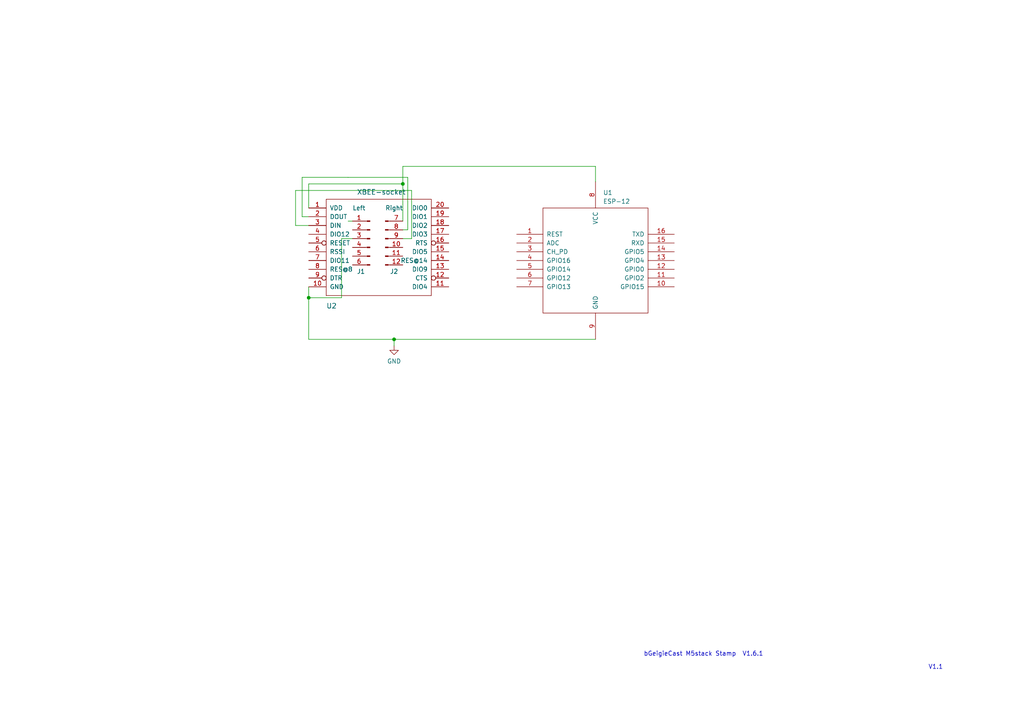
<source format=kicad_sch>
(kicad_sch (version 20230808) (generator eeschema)
  (paper "A4")
  (title_block (date "2023-08-16"))
  (lib_symbols
    (symbol "Conn_01x06_Pin_1" (pin_names (offset 1.016) hide)
      (property "Reference" "J2" (at 2.54 -9.525 0))
      (property "Value" "Right" (at 2.54 8.89 0))
      (symbol "Conn_01x06_Pin_1_1_1"
        (polyline (pts (xy 1.27 -7.62) (xy 0.8636 -7.62)) (stroke (width 0.1524)))
        (polyline (pts (xy 1.27 -5.08) (xy 0.8636 -5.08)) (stroke (width 0.1524)))
        (polyline (pts (xy 1.27 -2.54) (xy 0.8636 -2.54)) (stroke (width 0.1524)))
        (polyline (pts (xy 1.27 0) (xy 0.8636 0)) (stroke (width 0.1524)))
        (polyline (pts (xy 1.27 2.54) (xy 0.8636 2.54)) (stroke (width 0.1524)))
        (polyline (pts (xy 1.27 5.08) (xy 0.8636 5.08)) (stroke (width 0.1524)))
        (rectangle (start 0.8636 -7.493) (end 0 -7.747) (stroke (width 0.1524)) (fill (type outline)))
        (rectangle (start 0.8636 -4.953) (end 0 -5.207) (stroke (width 0.1524)) (fill (type outline)))
        (rectangle (start 0.8636 -2.413) (end 0 -2.667) (stroke (width 0.1524)) (fill (type outline)))
        (rectangle (start 0.8636 0.127) (end 0 -0.127) (stroke (width 0.1524)) (fill (type outline)))
        (rectangle (start 0.8636 2.667) (end 0 2.413) (stroke (width 0.1524)) (fill (type outline)))
        (rectangle (start 0.8636 5.207) (end 0 4.953) (stroke (width 0.1524)) (fill (type outline)))
        (pin passive line (at 5.08 -2.54 180) (length 3.81) (name "Pin_10") (number "10"))
        (pin passive line (at 5.08 -5.08 180) (length 3.81) (name "Pin_11") (number "11"))
        (pin passive line (at 5.08 -7.62 180) (length 3.81) (name "Pin_12") (number "12"))
        (pin passive line (at 5.08 5.08 180) (length 3.81) (name "Pin_7") (number "7"))
        (pin passive line (at 5.08 2.54 180) (length 3.81) (name "Pin_8") (number "8"))
        (pin passive line (at 5.08 0 180) (length 3.81) (name "Pin_9") (number "9"))
      )
    )
    (symbol "Connector:Conn_01x06_Pin" (pin_names (offset 1.016) hide)
      (property "Reference" "J1" (at 3.81 6.985 0))
      (property "Value" "Left" (at 5.08 -11.43 0))
      (symbol "Conn_01x06_Pin_1_1"
        (polyline (pts (xy 1.27 -7.62) (xy 0.8636 -7.62)) (stroke (width 0.1524)))
        (polyline (pts (xy 1.27 -5.08) (xy 0.8636 -5.08)) (stroke (width 0.1524)))
        (polyline (pts (xy 1.27 -2.54) (xy 0.8636 -2.54)) (stroke (width 0.1524)))
        (polyline (pts (xy 1.27 0) (xy 0.8636 0)) (stroke (width 0.1524)))
        (polyline (pts (xy 1.27 2.54) (xy 0.8636 2.54)) (stroke (width 0.1524)))
        (polyline (pts (xy 1.27 5.08) (xy 0.8636 5.08)) (stroke (width 0.1524)))
        (rectangle (start 0.8636 -7.493) (end 0 -7.747) (stroke (width 0.1524)) (fill (type outline)))
        (rectangle (start 0.8636 -4.953) (end 0 -5.207) (stroke (width 0.1524)) (fill (type outline)))
        (rectangle (start 0.8636 -2.413) (end 0 -2.667) (stroke (width 0.1524)) (fill (type outline)))
        (rectangle (start 0.8636 0.127) (end 0 -0.127) (stroke (width 0.1524)) (fill (type outline)))
        (rectangle (start 0.8636 2.667) (end 0 2.413) (stroke (width 0.1524)) (fill (type outline)))
        (rectangle (start 0.8636 5.207) (end 0 4.953) (stroke (width 0.1524)) (fill (type outline)))
        (pin passive line (at 5.08 -7.62 180) (length 3.81) (name "Pin_6") (number "1"))
        (pin passive line (at 5.08 -5.08 180) (length 3.81) (name "Pin_5") (number "2"))
        (pin passive line (at 5.08 -2.54 180) (length 3.81) (name "Pin_4") (number "3"))
        (pin passive line (at 5.08 0 180) (length 3.81) (name "Pin_3") (number "4"))
        (pin passive line (at 5.08 2.54 180) (length 3.81) (name "Pin_2") (number "5"))
        (pin passive line (at 5.08 5.08 180) (length 3.81) (name "Pin_1") (number "6"))
      )
    )
    (symbol "ESP8266:ESP-12" (pin_names (offset 1.016))
      (property "Reference" "U" (at 0 -2.54 0))
      (property "Value" "ESP-12" (at 0 2.54 0))
      (symbol "ESP-12_1_0"
        (rectangle (start -15.24 -15.24) (end 15.24 15.24))
      )
      (symbol "ESP-12_1_1"
        (pin input line (at -22.86 7.62 0) (length 7.62) (name "REST") (number "1"))
        (pin bidirectional line (at 22.86 -7.62 180) (length 7.62) (name "GPIO15") (number "10"))
        (pin bidirectional line (at 22.86 -5.08 180) (length 7.62) (name "GPIO2") (number "11"))
        (pin bidirectional line (at 22.86 -2.54 180) (length 7.62) (name "GPIO0") (number "12"))
        (pin bidirectional line (at 22.86 0 180) (length 7.62) (name "GPIO4") (number "13"))
        (pin bidirectional line (at 22.86 2.54 180) (length 7.62) (name "GPIO5") (number "14"))
        (pin input line (at 22.86 5.08 180) (length 7.62) (name "RXD") (number "15"))
        (pin output line (at 22.86 7.62 180) (length 7.62) (name "TXD") (number "16"))
        (pin passive line (at -22.86 5.08 0) (length 7.62) (name "ADC") (number "2"))
        (pin input line (at -22.86 2.54 0) (length 7.62) (name "CH_PD") (number "3"))
        (pin bidirectional line (at -22.86 0 0) (length 7.62) (name "GPIO16") (number "4"))
        (pin bidirectional line (at -22.86 -2.54 0) (length 7.62) (name "GPIO14") (number "5"))
        (pin bidirectional line (at -22.86 -5.08 0) (length 7.62) (name "GPIO12") (number "6"))
        (pin bidirectional line (at -22.86 -7.62 0) (length 7.62) (name "GPIO13") (number "7"))
        (pin power_in line (at 0 22.86 270) (length 7.62) (name "VCC") (number "8"))
        (pin power_in line (at 0 -22.86 90) (length 7.62) (name "GND") (number "9"))
      )
    )
    (symbol "power:GND" (power) (pin_names (offset 0))
      (property "Value" "GND" (at 0 -3.81 0))
      (symbol "GND_0_1"
        (polyline (pts (xy 0 0) (xy 0 -1.27) (xy 1.27 -1.27) (xy 0 -2.54) (xy -1.27 -1.27) (xy 0 -1.27)))
      )
      (symbol "GND_1_1"
        (pin power_in line (at 0 0 270) (length 0) hide (name "GND") (number "1"))
      )
    )
    (symbol "xbee-eagle-import:XBEE-1B2" (pin_names (offset 1.016))
      (property "Value" "XBEE-1B2" (at -15.24 -17.78 0))
      (symbol "XBEE-1B2_1_0"
        (polyline (pts (xy -15.24 -15.24) (xy -15.24 12.7)))
        (polyline (pts (xy -15.24 12.7) (xy 15.24 12.7)))
        (polyline (pts (xy 15.24 -15.24) (xy -15.24 -15.24)))
        (polyline (pts (xy 15.24 12.7) (xy 15.24 -15.24)))
        (pin power_in line (at -20.32 10.16 0) (length 5.08) (name "VDD") (number "1"))
        (pin power_in line (at -20.32 -12.7 0) (length 5.08) (name "GND") (number "10"))
        (pin bidirectional line (at 20.32 -12.7 180) (length 5.08) (name "DIO4") (number "11"))
        (pin output inverted (at 20.32 -10.16 180) (length 5.08) (name "CTS") (number "12"))
        (pin bidirectional line (at 20.32 -7.62 180) (length 5.08) (name "DIO9") (number "13"))
        (pin bidirectional line (at 20.32 -5.08 180) (length 5.08) (name "RES@14") (number "14"))
        (pin bidirectional line (at 20.32 -2.54 180) (length 5.08) (name "DIO5") (number "15"))
        (pin input inverted (at 20.32 0 180) (length 5.08) (name "RTS") (number "16"))
        (pin bidirectional line (at 20.32 2.54 180) (length 5.08) (name "DIO3") (number "17"))
        (pin bidirectional line (at 20.32 5.08 180) (length 5.08) (name "DIO2") (number "18"))
        (pin bidirectional line (at 20.32 7.62 180) (length 5.08) (name "DIO1") (number "19"))
        (pin output line (at -20.32 7.62 0) (length 5.08) (name "DOUT") (number "2"))
        (pin bidirectional line (at 20.32 10.16 180) (length 5.08) (name "DIO0") (number "20"))
        (pin input line (at -20.32 5.08 0) (length 5.08) (name "DIN") (number "3"))
        (pin bidirectional line (at -20.32 2.54 0) (length 5.08) (name "DIO12") (number "4"))
        (pin input inverted (at -20.32 0 0) (length 5.08) (name "RESET") (number "5"))
        (pin bidirectional line (at -20.32 -2.54 0) (length 5.08) (name "RSSI") (number "6"))
        (pin bidirectional line (at -20.32 -5.08 0) (length 5.08) (name "DIO11") (number "7"))
        (pin bidirectional line (at -20.32 -7.62 0) (length 5.08) (name "RES@8") (number "8"))
        (pin bidirectional inverted (at -20.32 -10.16 0) (length 5.08) (name "DTR") (number "9"))
      )
    )
  )
  (junction (at 114.3 98.425))
  (junction (at 116.84 53.34))
  (junction (at 89.535 86.36))
  (wire (pts (xy 89.535 62.865) (xy 87.63 62.865)))
  (wire (pts (xy 89.535 65.405) (xy 85.725 65.405)))
  (wire (pts (xy 172.72 52.705) (xy 172.72 48.26)))
  (wire (pts (xy 89.535 86.36) (xy 89.535 83.185)))
  (wire (pts (xy 85.725 55.245) (xy 119.38 55.245)))
  (wire (pts (xy 116.84 48.26) (xy 116.84 53.34)))
  (wire (pts (xy 118.2676 51.4457) (xy 100.9486 51.4457)))
  (wire (pts (xy 87.63 51.435) (xy 100.9486 51.435)))
  (wire (pts (xy 114.3 98.425) (xy 114.3 100.33)))
  (wire (pts (xy 119.38 69.215) (xy 116.84 69.215)))
  (wire (pts (xy 100.9486 51.4457) (xy 100.9486 51.435)))
  (wire (pts (xy 114.3 98.425) (xy 172.72 98.425)))
  (wire (pts (xy 100.965 64.135) (xy 102.235 64.135)))
  (wire (pts (xy 116.84 66.6536) (xy 116.84 66.675)))
  (wire (pts (xy 116.84 53.34) (xy 116.84 64.135)))
  (wire (pts (xy 102.235 69.215) (xy 99.06 69.215)))
  (wire (pts (xy 114.3 98.425) (xy 89.535 98.425)))
  (wire (pts (xy 116.84 66.6536) (xy 118.2676 66.6536)))
  (wire (pts (xy 118.2676 66.6536) (xy 118.2676 51.4457)))
  (wire (pts (xy 172.72 48.26) (xy 116.84 48.26)))
  (wire (pts (xy 87.63 62.865) (xy 87.63 51.435)))
  (wire (pts (xy 85.725 65.405) (xy 85.725 55.245)))
  (wire (pts (xy 89.535 60.325) (xy 89.535 53.34)))
  (wire (pts (xy 89.535 53.34) (xy 116.84 53.34)))
  (wire (pts (xy 99.06 69.215) (xy 99.06 86.36)))
  (wire (pts (xy 89.535 98.425) (xy 89.535 86.36)))
  (wire (pts (xy 119.38 55.245) (xy 119.38 69.215)))
  (wire (pts (xy 99.06 86.36) (xy 89.535 86.36)))
  (text "V1.1" (at 269.24 194.31 0) (effects (font (size 1.27 1.27)) (justify left bottom)))
  (text "bGeigieCast M5stack Stamp  V1.6.1\n" (at 186.69 190.5 0) (effects (font (size 1.27 1.27)) (justify left bottom)))
  (symbol (lib_id "xbee-eagle-import:XBEE-1B2") (at 109.855 70.485 0) (unit 1)
    (property "Reference" "U2" (at 94.615 89.535 0) (effects (font (size 1.4224 1.4224)) (justify left bottom)))
    (property "Value" "XBEE-socket" (at 103.505 56.515 0) (effects (font (size 1.4224 1.4224)) (justify left bottom)))
    (property "Footprint" "digikey-footprints:XBEE-20_THT" (effects hide))
  )
  (symbol (lib_name "Conn_01x06_Pin_1") (lib_id "Connector:Conn_01x06_Pin") (at 111.76 69.215 0) (unit 1)
    (property "Reference" "J2" (at 114.3 78.74 0))
    (property "Value" "Right" (at 114.3 60.325 0))
    (property "Footprint" "Connector_PinHeader_2.54mm:PinHeader_1x06_P2.54mm_Vertical" (effects hide))
    (property "Description" "Generic connector, single row, 01x06, script generated" (effects hide))
  )
  (symbol (lib_id "power:GND") (at 114.3 100.33 0) (unit 1)
    (property "Reference" "#PWR01" (effects hide))
    (property "Value" "GND" (at 114.3 104.775 0))
    (property "Description" "Power symbol creates a global label with name \"GND\" , ground" (effects hide))
  )
  (symbol (lib_id "Connector:Conn_01x06_Pin") (at 107.315 71.755 180) (unit 1)
    (property "Reference" "J1" (at 103.505 78.74 0) (effects (justify right)))
    (property "Value" "Left" (at 102.235 60.325 0) (effects (justify right)))
    (property "Footprint" "Connector_PinHeader_2.54mm:PinHeader_1x06_P2.54mm_Vertical" (effects hide))
    (property "Description" "Generic connector, single row, 01x06, script generated" (effects hide))
  )
  (symbol (lib_id "ESP8266:ESP-12") (at 172.72 75.565 0) (unit 1)
    (property "Reference" "U1" (at 174.9141 55.88 0) (effects (justify left)))
    (property "Value" "ESP-12" (at 174.9141 58.42 0) (effects (justify left)))
    (property "Footprint" "ESP8266:ESP-12" (effects hide))
    (property "Datasheet" "http://l0l.org.uk/2014/12/esp8266-modules-hardware-guide-gotta-catch-em-all/" (effects hide))
    (property "Description" "ESP8266 ESP-12 module, 16 pins, 2mm, PCB antenna" (effects hide))
  )
)
</source>
